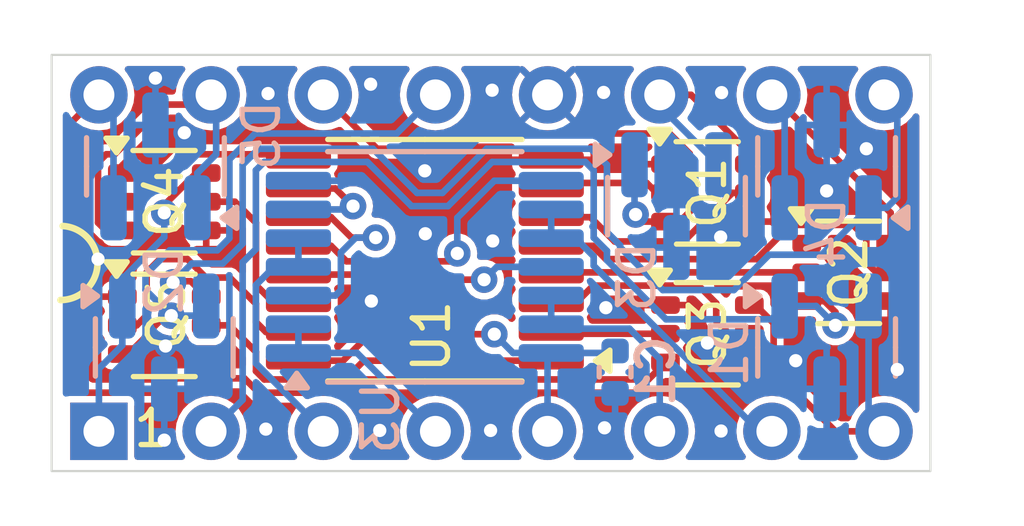
<source format=kicad_pcb>
(kicad_pcb (version 20240108) (generator "pcbnew") (generator_version "8.0")
  (layers (0 "F.Cu" signal) (31 "B.Cu" signal) (34 "B.Paste" user) (35 "F.Paste" user) (36 "B.SilkS" user "B.Silkscreen") (37 "F.SilkS" user "F.Silkscreen") (38 "B.Mask" user) (39 "F.Mask" user) (44 "Edge.Cuts" user))
  (net 0 "")
  (net 1 "/Q1")
  (net 2 "/S1")
  (net 3 "/Q0")
  (net 4 "GND")
  (net 5 "/S0")
  (net 6 "/S3")
  (net 7 "/Q3")
  (net 8 "/Q2")
  (net 9 "/S2")
  (net 10 "/Q5")
  (net 11 "/Q4")
  (net 12 "/S4")
  (net 13 "/S5")
  (net 14 "/S6")
  (net 15 "/S7")
  (net 16 "/Q7")
  (net 17 "/Q6")
  (net 18 "/Q8")
  (net 19 "/S9")
  (net 20 "/Q9")
  (net 21 "/S8")
  (net 22 "/C")
  (net 23 "/B")
  (net 24 "/D")
  (net 25 "5V")
  (net 26 "/A")
  (net 27 "Net-(U2-D)")
  (net 28 "Net-(U2-A)")
  (net 29 "Net-(U2-B)")
  (net 30 "Net-(U2-C)")
  (footprint "Package_TO_SOT_SMD:SOT-363_SC-70-6" (layer "F.Cu") (at 145.4 90.4)
    (property "Reference" "Q3" (at -3.2 1.390376 -90) (layer "F.SilkS") (effects (font (size 0.8 0.8) (thickness 0.12))))
    (property "Value" "NHUMD12")
    (fp_line (start -0.71 -1.16) (end 0.7 -1.16) (stroke (width 0.12)) (layer "F.SilkS"))
    (fp_line (start -0.7 1.16) (end 0.7 1.16) (stroke (width 0.12)) (layer "F.SilkS"))
    (fp_poly (pts (xy -1.08 -1.11) (xy -1.32 -1.44) (xy -0.84 -1.44) (xy -1.08 -1.11)) (stroke (width 0.12)) (fill solid) (layer "F.SilkS"))
    (pad "1" smd roundrect (at -0.95 -0.65) (size 0.65 0.4) (layers "F.Cu" "F.Paste" "F.Mask") (net 4 "GND"))
    (pad "2" smd roundrect (at -0.95 0) (size 0.65 0.4) (layers "F.Cu" "F.Paste" "F.Mask") (net 15 "/S7"))
    (pad "3" smd roundrect (at -0.95 0.65) (size 0.65 0.4) (layers "F.Cu" "F.Paste" "F.Mask") (net 20 "/Q9"))
    (pad "4" smd roundrect (at 0.95 0.65) (size 0.65 0.4) (layers "F.Cu" "F.Paste" "F.Mask") (net 4 "GND"))
    (pad "5" smd roundrect (at 0.95 0) (size 0.65 0.4) (layers "F.Cu" "F.Paste" "F.Mask") (net 19 "/S9"))
    (pad "6" smd roundrect (at 0.95 -0.65) (size 0.65 0.4) (layers "F.Cu" "F.Paste" "F.Mask") (net 16 "/Q7"))
  )
  (footprint "Package_TO_SOT_SMD:SOT-363_SC-70-6" (layer "F.Cu") (at 142.2 88.6)
    (property "Reference" "Q1" (at 0 0 -90) (layer "F.SilkS") (effects (font (size 0.8 0.8) (thickness 0.12))))
    (property "Value" "NHUMD12")
    (fp_line (start -0.71 -1.16) (end 0.7 -1.16) (stroke (width 0.12)) (layer "F.SilkS"))
    (fp_line (start -0.7 1.16) (end 0.7 1.16) (stroke (width 0.12)) (layer "F.SilkS"))
    (fp_poly (pts (xy -1.08 -1.11) (xy -1.32 -1.44) (xy -0.84 -1.44) (xy -1.08 -1.11)) (stroke (width 0.12)) (fill solid) (layer "F.SilkS"))
    (pad "1" smd roundrect (at -0.95 -0.65) (size 0.65 0.4) (layers "F.Cu" "F.Paste" "F.Mask") (net 4 "GND"))
    (pad "2" smd roundrect (at -0.95 0) (size 0.65 0.4) (layers "F.Cu" "F.Paste" "F.Mask") (net 14 "/S6"))
    (pad "3" smd roundrect (at -0.95 0.65) (size 0.65 0.4) (layers "F.Cu" "F.Paste" "F.Mask") (net 10 "/Q5"))
    (pad "4" smd roundrect (at 0.95 0.65) (size 0.65 0.4) (layers "F.Cu" "F.Paste" "F.Mask") (net 4 "GND"))
    (pad "5" smd roundrect (at 0.95 0) (size 0.65 0.4) (layers "F.Cu" "F.Paste" "F.Mask") (net 13 "/S5"))
    (pad "6" smd roundrect (at 0.95 -0.65) (size 0.65 0.4) (layers "F.Cu" "F.Paste" "F.Mask") (net 17 "/Q6"))
  )
  (footprint "Package_SO:TSSOP-16_4.4x5mm_P0.65mm" (layer "F.Cu") (at 135.801848 90.125 180)
    (property "Reference" "U1" (at -0.148152 -1.725 90) (layer "F.SilkS") (effects (font (size 0.8 0.8) (thickness 0.12))))
    (property "Value" "CD4028BPWR")
    (fp_line (start 0 2.735) (end 2.2 2.735) (stroke (width 0.12)) (layer "F.SilkS"))
    (fp_line (start 0 2.735) (end -2.2 2.735) (stroke (width 0.12)) (layer "F.SilkS"))
    (fp_line (start 0 -2.735) (end 2.2 -2.735) (stroke (width 0.12)) (layer "F.SilkS"))
    (fp_line (start 0 -2.735) (end -2.2 -2.735) (stroke (width 0.12)) (layer "F.SilkS"))
    (fp_poly (pts (xy -3.86 -2.275) (xy -4.19 -2.515) (xy -4.19 -2.035) (xy -3.86 -2.275)) (stroke (width 0.12)) (fill solid) (layer "F.SilkS"))
    (pad "1" smd roundrect (at -2.8625 -2.275 180) (size 1.475 0.4) (layers "F.Cu" "F.Paste" "F.Mask") (net 12 "/S4"))
    (pad "2" smd roundrect (at -2.8625 -1.625 180) (size 1.475 0.4) (layers "F.Cu" "F.Paste" "F.Mask") (net 9 "/S2"))
    (pad "3" smd roundrect (at -2.8625 -0.975 180) (size 1.475 0.4) (layers "F.Cu" "F.Paste" "F.Mask") (net 5 "/S0"))
    (pad "4" smd roundrect (at -2.8625 -0.325 180) (size 1.475 0.4) (layers "F.Cu" "F.Paste" "F.Mask") (net 15 "/S7"))
    (pad "5" smd roundrect (at -2.8625 0.325 180) (size 1.475 0.4) (layers "F.Cu" "F.Paste" "F.Mask") (net 19 "/S9"))
    (pad "6" smd roundrect (at -2.8625 0.975 180) (size 1.475 0.4) (layers "F.Cu" "F.Paste" "F.Mask") (net 13 "/S5"))
    (pad "7" smd roundrect (at -2.8625 1.625 180) (size 1.475 0.4) (layers "F.Cu" "F.Paste" "F.Mask") (net 14 "/S6"))
    (pad "8" smd roundrect (at -2.8625 2.275 180) (size 1.475 0.4) (layers "F.Cu" "F.Paste" "F.Mask") (net 4 "GND"))
    (pad "9" smd roundrect (at 2.8625 2.275 180) (size 1.475 0.4) (layers "F.Cu" "F.Paste" "F.Mask") (net 21 "/S8"))
    (pad "10" smd roundrect (at 2.8625 1.625 180) (size 1.475 0.4) (layers "F.Cu" "F.Paste" "F.Mask") (net 26 "/A"))
    (pad "11" smd roundrect (at 2.8625 0.975 180) (size 1.475 0.4) (layers "F.Cu" "F.Paste" "F.Mask") (net 24 "/D"))
    (pad "12" smd roundrect (at 2.8625 0.325 180) (size 1.475 0.4) (layers "F.Cu" "F.Paste" "F.Mask") (net 22 "/C"))
    (pad "13" smd roundrect (at 2.8625 -0.325 180) (size 1.475 0.4) (layers "F.Cu" "F.Paste" "F.Mask") (net 23 "/B"))
    (pad "14" smd roundrect (at 2.8625 -0.975 180) (size 1.475 0.4) (layers "F.Cu" "F.Paste" "F.Mask") (net 2 "/S1"))
    (pad "15" smd roundrect (at 2.8625 -1.625 180) (size 1.475 0.4) (layers "F.Cu" "F.Paste" "F.Mask") (net 6 "/S3"))
    (pad "16" smd roundrect (at 2.8625 -2.275 180) (size 1.475 0.4) (layers "F.Cu" "F.Paste" "F.Mask") (net 25 "5V"))
  )
  (footprint "Package_TO_SOT_SMD:SOT-363_SC-70-6" (layer "F.Cu") (at 142.2 91.790376)
    (property "Reference" "Q2" (at 3.2 -1.390376 -90) (layer "F.SilkS") (effects (font (size 0.8 0.8) (thickness 0.12))))
    (property "Value" "NHUMD12")
    (fp_line (start -0.71 -1.16) (end 0.7 -1.16) (stroke (width 0.12)) (layer "F.SilkS"))
    (fp_line (start -0.7 1.16) (end 0.7 1.16) (stroke (width 0.12)) (layer "F.SilkS"))
    (fp_poly (pts (xy -1.08 -1.11) (xy -1.32 -1.44) (xy -0.84 -1.44) (xy -1.08 -1.11)) (stroke (width 0.12)) (fill solid) (layer "F.SilkS"))
    (pad "1" smd roundrect (at -0.95 -0.65) (size 0.65 0.4) (layers "F.Cu" "F.Paste" "F.Mask") (net 4 "GND"))
    (pad "2" smd roundrect (at -0.95 0) (size 0.65 0.4) (layers "F.Cu" "F.Paste" "F.Mask") (net 9 "/S2"))
    (pad "3" smd roundrect (at -0.95 0.65) (size 0.65 0.4) (layers "F.Cu" "F.Paste" "F.Mask") (net 3 "/Q0"))
    (pad "4" smd roundrect (at 0.95 0.65) (size 0.65 0.4) (layers "F.Cu" "F.Paste" "F.Mask") (net 4 "GND"))
    (pad "5" smd roundrect (at 0.95 0) (size 0.65 0.4) (layers "F.Cu" "F.Paste" "F.Mask") (net 5 "/S0"))
    (pad "6" smd roundrect (at 0.95 -0.65) (size 0.65 0.4) (layers "F.Cu" "F.Paste" "F.Mask") (net 8 "/Q2"))
  )
  (footprint "Package_TO_SOT_SMD:SOT-363_SC-70-6" (layer "F.Cu") (at 129.9 91.6)
    (property "Reference" "Q5" (at 0.05 -0.25 90) (layer "F.SilkS") (effects (font (size 0.8 0.8) (thickness 0.12))))
    (property "Value" "NHUMD12")
    (fp_line (start -0.71 -1.16) (end 0.7 -1.16) (stroke (width 0.12)) (layer "F.SilkS"))
    (fp_line (start -0.7 1.16) (end 0.7 1.16) (stroke (width 0.12)) (layer "F.SilkS"))
    (fp_poly (pts (xy -1.08 -1.11) (xy -1.32 -1.44) (xy -0.84 -1.44) (xy -1.08 -1.11)) (stroke (width 0.12)) (fill solid) (layer "F.SilkS"))
    (pad "1" smd roundrect (at -0.95 -0.65) (size 0.65 0.4) (layers "F.Cu" "F.Paste" "F.Mask") (net 4 "GND"))
    (pad "2" smd roundrect (at -0.95 0) (size 0.65 0.4) (layers "F.Cu" "F.Paste" "F.Mask") (net 6 "/S3"))
    (pad "3" smd roundrect (at -0.95 0.65) (size 0.65 0.4) (layers "F.Cu" "F.Paste" "F.Mask") (net 11 "/Q4"))
    (pad "4" smd roundrect (at 0.95 0.65) (size 0.65 0.4) (layers "F.Cu" "F.Paste" "F.Mask") (net 4 "GND"))
    (pad "5" smd roundrect (at 0.95 0) (size 0.65 0.4) (layers "F.Cu" "F.Paste" "F.Mask") (net 12 "/S4"))
    (pad "6" smd roundrect (at 0.95 -0.65) (size 0.65 0.4) (layers "F.Cu" "F.Paste" "F.Mask") (net 7 "/Q3"))
  )
  (footprint "!Gloeidraad:DIP-16-header-type2" (layer "F.Cu") (at 128.42 94 90)
    (property "Reference" "U2" (hide yes))
    (property "Value" "74141-SOCKET")
    (fp_text user "1" (at -0.403404 0.723341 0) (layer "F.SilkS") (effects (font (size 0.8 0.8) (thickness 0.12)) (justify left bottom)))
    (pad "1" thru_hole rect (at 0 0 90) (size 1.3 1.3) (drill 0.7) (layers "*.Cu" "*.Mask" "In1.Cu" "In2.Cu" "In3.Cu" "In4.Cu" "In5.Cu" "In6.Cu" "In7.Cu" "In8.Cu" "In9.Cu" "In10.Cu" "In11.Cu" "In12.Cu" "In13.Cu" "In14.Cu" "In15.Cu" "In16.Cu" "In17.Cu" "In18.Cu" "In19.Cu" "In20.Cu" "In21.Cu" "In22.Cu" "In23.Cu" "In24.Cu" "In25.Cu" "In26.Cu" "In27.Cu" "In28.Cu" "In29.Cu" "In30.Cu") (net 18 "/Q8"))
    (pad "2" thru_hole circle (at 0 2.54 90) (size 1.3 1.3) (drill 0.7) (layers "*.Cu" "*.Mask" "In1.Cu" "In2.Cu" "In3.Cu" "In4.Cu" "In5.Cu" "In6.Cu" "In7.Cu" "In8.Cu" "In9.Cu" "In10.Cu" "In11.Cu" "In12.Cu" "In13.Cu" "In14.Cu" "In15.Cu" "In16.Cu" "In17.Cu" "In18.Cu" "In19.Cu" "In20.Cu" "In21.Cu" "In22.Cu" "In23.Cu" "In24.Cu" "In25.Cu" "In26.Cu" "In27.Cu" "In28.Cu" "In29.Cu" "In30.Cu") (net 20 "/Q9"))
    (pad "3" thru_hole circle (at 0 5.08 90) (size 1.3 1.3) (drill 0.7) (layers "*.Cu" "*.Mask" "In1.Cu" "In2.Cu" "In3.Cu" "In4.Cu" "In5.Cu" "In6.Cu" "In7.Cu" "In8.Cu" "In9.Cu" "In10.Cu" "In11.Cu" "In12.Cu" "In13.Cu" "In14.Cu" "In15.Cu" "In16.Cu" "In17.Cu" "In18.Cu" "In19.Cu" "In20.Cu" "In21.Cu" "In22.Cu" "In23.Cu" "In24.Cu" "In25.Cu" "In26.Cu" "In27.Cu" "In28.Cu" "In29.Cu" "In30.Cu") (net 28 "Net-(U2-A)"))
    (pad "4" thru_hole circle (at 0 7.62 90) (size 1.3 1.3) (drill 0.7) (layers "*.Cu" "*.Mask" "In1.Cu" "In2.Cu" "In3.Cu" "In4.Cu" "In5.Cu" "In6.Cu" "In7.Cu" "In8.Cu" "In9.Cu" "In10.Cu" "In11.Cu" "In12.Cu" "In13.Cu" "In14.Cu" "In15.Cu" "In16.Cu" "In17.Cu" "In18.Cu" "In19.Cu" "In20.Cu" "In21.Cu" "In22.Cu" "In23.Cu" "In24.Cu" "In25.Cu" "In26.Cu" "In27.Cu" "In28.Cu" "In29.Cu" "In30.Cu") (net 27 "Net-(U2-D)"))
    (pad "5" thru_hole circle (at 0 10.16 90) (size 1.3 1.3) (drill 0.7) (layers "*.Cu" "*.Mask" "In1.Cu" "In2.Cu" "In3.Cu" "In4.Cu" "In5.Cu" "In6.Cu" "In7.Cu" "In8.Cu" "In9.Cu" "In10.Cu" "In11.Cu" "In12.Cu" "In13.Cu" "In14.Cu" "In15.Cu" "In16.Cu" "In17.Cu" "In18.Cu" "In19.Cu" "In20.Cu" "In21.Cu" "In22.Cu" "In23.Cu" "In24.Cu" "In25.Cu" "In26.Cu" "In27.Cu" "In28.Cu" "In29.Cu" "In30.Cu") (net 25 "5V"))
    (pad "6" thru_hole circle (at 0 12.7 90) (size 1.3 1.3) (drill 0.7) (layers "*.Cu" "*.Mask" "In1.Cu" "In2.Cu" "In3.Cu" "In4.Cu" "In5.Cu" "In6.Cu" "In7.Cu" "In8.Cu" "In9.Cu" "In10.Cu" "In11.Cu" "In12.Cu" "In13.Cu" "In14.Cu" "In15.Cu" "In16.Cu" "In17.Cu" "In18.Cu" "In19.Cu" "In20.Cu" "In21.Cu" "In22.Cu" "In23.Cu" "In24.Cu" "In25.Cu" "In26.Cu" "In27.Cu" "In28.Cu" "In29.Cu" "In30.Cu") (net 29 "Net-(U2-B)"))
    (pad "7" thru_hole circle (at 0 15.24 90) (size 1.3 1.3) (drill 0.7) (layers "*.Cu" "*.Mask" "In1.Cu" "In2.Cu" "In3.Cu" "In4.Cu" "In5.Cu" "In6.Cu" "In7.Cu" "In8.Cu" "In9.Cu" "In10.Cu" "In11.Cu" "In12.Cu" "In13.Cu" "In14.Cu" "In15.Cu" "In16.Cu" "In17.Cu" "In18.Cu" "In19.Cu" "In20.Cu" "In21.Cu" "In22.Cu" "In23.Cu" "In24.Cu" "In25.Cu" "In26.Cu" "In27.Cu" "In28.Cu" "In29.Cu" "In30.Cu") (net 30 "Net-(U2-C)"))
    (pad "8" thru_hole circle (at 0 17.78 90) (size 1.3 1.3) (drill 0.7) (layers "*.Cu" "*.Mask" "In1.Cu" "In2.Cu" "In3.Cu" "In4.Cu" "In5.Cu" "In6.Cu" "In7.Cu" "In8.Cu" "In9.Cu" "In10.Cu" "In11.Cu" "In12.Cu" "In13.Cu" "In14.Cu" "In15.Cu" "In16.Cu" "In17.Cu" "In18.Cu" "In19.Cu" "In20.Cu" "In21.Cu" "In22.Cu" "In23.Cu" "In24.Cu" "In25.Cu" "In26.Cu" "In27.Cu" "In28.Cu" "In29.Cu" "In30.Cu") (net 8 "/Q2"))
    (pad "9" thru_hole circle (at 7.62 17.78 90) (size 1.3 1.3) (drill 0.7) (layers "*.Cu" "*.Mask" "In1.Cu" "In2.Cu" "In3.Cu" "In4.Cu" "In5.Cu" "In6.Cu" "In7.Cu" "In8.Cu" "In9.Cu" "In10.Cu" "In11.Cu" "In12.Cu" "In13.Cu" "In14.Cu" "In15.Cu" "In16.Cu" "In17.Cu" "In18.Cu" "In19.Cu" "In20.Cu" "In21.Cu" "In22.Cu" "In23.Cu" "In24.Cu" "In25.Cu" "In26.Cu" "In27.Cu" "In28.Cu" "In29.Cu" "In30.Cu") (net 7 "/Q3"))
    (pad "10" thru_hole circle (at 7.62 15.24 90) (size 1.3 1.3) (drill 0.7) (layers "*.Cu" "*.Mask" "In1.Cu" "In2.Cu" "In3.Cu" "In4.Cu" "In5.Cu" "In6.Cu" "In7.Cu" "In8.Cu" "In9.Cu" "In10.Cu" "In11.Cu" "In12.Cu" "In13.Cu" "In14.Cu" "In15.Cu" "In16.Cu" "In17.Cu" "In18.Cu" "In19.Cu" "In20.Cu" "In21.Cu" "In22.Cu" "In23.Cu" "In24.Cu" "In25.Cu" "In26.Cu" "In27.Cu" "In28.Cu" "In29.Cu" "In30.Cu") (net 16 "/Q7"))
    (pad "11" thru_hole circle (at 7.62 12.7 90) (size 1.3 1.3) (drill 0.7) (layers "*.Cu" "*.Mask" "In1.Cu" "In2.Cu" "In3.Cu" "In4.Cu" "In5.Cu" "In6.Cu" "In7.Cu" "In8.Cu" "In9.Cu" "In10.Cu" "In11.Cu" "In12.Cu" "In13.Cu" "In14.Cu" "In15.Cu" "In16.Cu" "In17.Cu" "In18.Cu" "In19.Cu" "In20.Cu" "In21.Cu" "In22.Cu" "In23.Cu" "In24.Cu" "In25.Cu" "In26.Cu" "In27.Cu" "In28.Cu" "In29.Cu" "In30.Cu") (net 17 "/Q6"))
    (pad "12" thru_hole circle (at 7.62 10.16 90) (size 1.3 1.3) (drill 0.7) (layers "*.Cu" "*.Mask" "In1.Cu" "In2.Cu" "In3.Cu" "In4.Cu" "In5.Cu" "In6.Cu" "In7.Cu" "In8.Cu" "In9.Cu" "In10.Cu" "In11.Cu" "In12.Cu" "In13.Cu" "In14.Cu" "In15.Cu" "In16.Cu" "In17.Cu" "In18.Cu" "In19.Cu" "In20.Cu" "In21.Cu" "In22.Cu" "In23.Cu" "In24.Cu" "In25.Cu" "In26.Cu" "In27.Cu" "In28.Cu" "In29.Cu" "In30.Cu") (net 4 "GND"))
    (pad "13" thru_hole circle (at 7.62 7.62 90) (size 1.3 1.3) (drill 0.7) (layers "*.Cu" "*.Mask" "In1.Cu" "In2.Cu" "In3.Cu" "In4.Cu" "In5.Cu" "In6.Cu" "In7.Cu" "In8.Cu" "In9.Cu" "In10.Cu" "In11.Cu" "In12.Cu" "In13.Cu" "In14.Cu" "In15.Cu" "In16.Cu" "In17.Cu" "In18.Cu" "In19.Cu" "In20.Cu" "In21.Cu" "In22.Cu" "In23.Cu" "In24.Cu" "In25.Cu" "In26.Cu" "In27.Cu" "In28.Cu" "In29.Cu" "In30.Cu") (net 11 "/Q4"))
    (pad "14" thru_hole circle (at 7.62 5.08 90) (size 1.3 1.3) (drill 0.7) (layers "*.Cu" "*.Mask" "In1.Cu" "In2.Cu" "In3.Cu" "In4.Cu" "In5.Cu" "In6.Cu" "In7.Cu" "In8.Cu" "In9.Cu" "In10.Cu" "In11.Cu" "In12.Cu" "In13.Cu" "In14.Cu" "In15.Cu" "In16.Cu" "In17.Cu" "In18.Cu" "In19.Cu" "In20.Cu" "In21.Cu" "In22.Cu" "In23.Cu" "In24.Cu" "In25.Cu" "In26.Cu" "In27.Cu" "In28.Cu" "In29.Cu" "In30.Cu") (net 10 "/Q5"))
    (pad "15" thru_hole circle (at 7.62 2.54 90) (size 1.3 1.3) (drill 0.7) (layers "*.Cu" "*.Mask" "In1.Cu" "In2.Cu" "In3.Cu" "In4.Cu" "In5.Cu" "In6.Cu" "In7.Cu" "In8.Cu" "In9.Cu" "In10.Cu" "In11.Cu" "In12.Cu" "In13.Cu" "In14.Cu" "In15.Cu" "In16.Cu" "In17.Cu" "In18.Cu" "In19.Cu" "In20.Cu" "In21.Cu" "In22.Cu" "In23.Cu" "In24.Cu" "In25.Cu" "In26.Cu" "In27.Cu" "In28.Cu" "In29.Cu" "In30.Cu") (net 1 "/Q1"))
    (pad "16" thru_hole circle (at 7.62 0 90) (size 1.3 1.3) (drill 0.7) (layers "*.Cu" "*.Mask" "In1.Cu" "In2.Cu" "In3.Cu" "In4.Cu" "In5.Cu" "In6.Cu" "In7.Cu" "In8.Cu" "In9.Cu" "In10.Cu" "In11.Cu" "In12.Cu" "In13.Cu" "In14.Cu" "In15.Cu" "In16.Cu" "In17.Cu" "In18.Cu" "In19.Cu" "In20.Cu" "In21.Cu" "In22.Cu" "In23.Cu" "In24.Cu" "In25.Cu" "In26.Cu" "In27.Cu" "In28.Cu" "In29.Cu" "In30.Cu") (net 3 "/Q0"))
  )
  (footprint "Package_TO_SOT_SMD:SOT-363_SC-70-6" (layer "F.Cu") (at 129.9 88.8)
    (property "Reference" "Q4" (at 0 0 90) (layer "F.SilkS") (effects (font (size 0.8 0.8) (thickness 0.12))))
    (property "Value" "NHUMD12")
    (fp_line (start -0.71 -1.16) (end 0.7 -1.16) (stroke (width 0.12)) (layer "F.SilkS"))
    (fp_line (start -0.7 1.16) (end 0.7 1.16) (stroke (width 0.12)) (layer "F.SilkS"))
    (fp_poly (pts (xy -1.08 -1.11) (xy -1.32 -1.44) (xy -0.84 -1.44) (xy -1.08 -1.11)) (stroke (width 0.12)) (fill solid) (layer "F.SilkS"))
    (pad "1" smd roundrect (at -0.95 -0.65) (size 0.65 0.4) (layers "F.Cu" "F.Paste" "F.Mask") (net 4 "GND"))
    (pad "2" smd roundrect (at -0.95 0) (size 0.65 0.4) (layers "F.Cu" "F.Paste" "F.Mask") (net 21 "/S8"))
    (pad "3" smd roundrect (at -0.95 0.65) (size 0.65 0.4) (layers "F.Cu" "F.Paste" "F.Mask") (net 1 "/Q1"))
    (pad "4" smd roundrect (at 0.95 0.65) (size 0.65 0.4) (layers "F.Cu" "F.Paste" "F.Mask") (net 4 "GND"))
    (pad "5" smd roundrect (at 0.95 0) (size 0.65 0.4) (layers "F.Cu" "F.Paste" "F.Mask") (net 2 "/S1"))
    (pad "6" smd roundrect (at 0.95 -0.65) (size 0.65 0.4) (layers "F.Cu" "F.Paste" "F.Mask") (net 18 "/Q8"))
  )
  (footprint "Package_TO_SOT_SMD:SOT-23" (layer "B.Cu") (at 144.9 92.1 -90)
    (property "Reference" "D1" (at 0.1 2.2 90) (layer "B.SilkS") (effects (font (size 0.8 0.8) (thickness 0.12)) (justify mirror)))
    (property "Value" "BZB84-C68" (hide yes))
    (fp_line (start -0.65 1.56) (end 0 1.56) (stroke (width 0.12)) (layer "B.SilkS"))
    (fp_line (start 0.65 1.56) (end 0 1.56) (stroke (width 0.12)) (layer "B.SilkS"))
    (fp_line (start -0.65 -1.56) (end 0 -1.56) (stroke (width 0.12)) (layer "B.SilkS"))
    (fp_line (start 0.65 -1.56) (end 0 -1.56) (stroke (width 0.12)) (layer "B.SilkS"))
    (fp_poly (pts (xy -1.1625 1.51) (xy -1.4025 1.84) (xy -0.9225 1.84) (xy -1.1625 1.51)) (stroke (width 0.12)) (fill solid) (layer "B.SilkS"))
    (pad "1" smd roundrect (at -0.9375 0.95 270) (size 1.475 0.6) (layers "B.Cu" "B.Paste" "B.Mask") (net 20 "/Q9"))
    (pad "2" smd roundrect (at -0.9375 -0.95 270) (size 1.475 0.6) (layers "B.Cu" "B.Paste" "B.Mask") (net 8 "/Q2"))
    (pad "3" smd roundrect (at 0.9375 0 270) (size 1.475 0.6) (layers "B.Cu" "B.Paste" "B.Mask") (net 4 "GND"))
  )
  (footprint "Package_TO_SOT_SMD:SOT-23" (layer "B.Cu") (at 129.7 88 90)
    (property "Reference" "D5" (at 0.7 2.4 90) (layer "B.SilkS") (effects (font (size 0.8 0.8) (thickness 0.12)) (justify mirror)))
    (property "Value" "BZB84-C68" (hide yes))
    (fp_line (start 0.65 -1.56) (end 0 -1.56) (stroke (width 0.12)) (layer "B.SilkS"))
    (fp_line (start -0.65 -1.56) (end 0 -1.56) (stroke (width 0.12)) (layer "B.SilkS"))
    (fp_line (start 0.65 1.56) (end 0 1.56) (stroke (width 0.12)) (layer "B.SilkS"))
    (fp_line (start -0.65 1.56) (end 0 1.56) (stroke (width 0.12)) (layer "B.SilkS"))
    (fp_poly (pts (xy -1.1625 1.51) (xy -1.4025 1.84) (xy -0.9225 1.84) (xy -1.1625 1.51)) (stroke (width 0.12)) (fill solid) (layer "B.SilkS"))
    (pad "1" smd roundrect (at -0.9375 0.95 90) (size 1.475 0.6) (layers "B.Cu" "B.Paste" "B.Mask") (net 1 "/Q1"))
    (pad "2" smd roundrect (at -0.9375 -0.95 90) (size 1.475 0.6) (layers "B.Cu" "B.Paste" "B.Mask") (net 3 "/Q0"))
    (pad "3" smd roundrect (at 0.9375 0 90) (size 1.475 0.6) (layers "B.Cu" "B.Paste" "B.Mask") (net 4 "GND"))
  )
  (footprint "Package_SO:TSSOP-14_4.4x5mm_P0.65mm" (layer "B.Cu") (at 135.8 90.275)
    (property "Reference" "U3" (at -1 3.425 90) (layer "B.SilkS") (effects (font (size 0.8 0.8) (thickness 0.12)) (justify mirror)))
    (property "Value" "74HCT08" (hide yes))
    (fp_line (start -2.2 -2.61) (end 0 -2.61) (stroke (width 0.12)) (layer "B.SilkS"))
    (fp_line (start -2.2 2.61) (end 0 2.61) (stroke (width 0.12)) (layer "B.SilkS"))
    (fp_line (start 2.2 -2.61) (end 0 -2.61) (stroke (width 0.12)) (layer "B.SilkS"))
    (fp_line (start 2.2 2.61) (end 0 2.61) (stroke (width 0.12)) (layer "B.SilkS"))
    (fp_poly (pts (xy -2.9 2.41) (xy -3.14 2.74) (xy -2.66 2.74) (xy -2.9 2.41)) (stroke (width 0.12)) (fill solid) (layer "B.SilkS"))
    (pad "1" smd roundrect (at -2.8625 1.95) (size 1.475 0.4) (layers "B.Cu" "B.Paste" "B.Mask") (net 27 "Net-(U2-D)"))
    (pad "2" smd roundrect (at -2.8625 1.3) (size 1.475 0.4) (layers "B.Cu" "B.Paste" "B.Mask") (net 27 "Net-(U2-D)"))
    (pad "3" smd roundrect (at -2.8625 0.65) (size 1.475 0.4) (layers "B.Cu" "B.Paste" "B.Mask") (net 24 "/D"))
    (pad "4" smd roundrect (at -2.8625 0) (size 1.475 0.4) (layers "B.Cu" "B.Paste" "B.Mask") (net 28 "Net-(U2-A)"))
    (pad "5" smd roundrect (at -2.8625 -0.65) (size 1.475 0.4) (layers "B.Cu" "B.Paste" "B.Mask") (net 28 "Net-(U2-A)"))
    (pad "6" smd roundrect (at -2.8625 -1.3) (size 1.475 0.4) (layers "B.Cu" "B.Paste" "B.Mask") (net 26 "/A"))
    (pad "7" smd roundrect (at -2.8625 -1.95) (size 1.475 0.4) (layers "B.Cu" "B.Paste" "B.Mask") (net 4 "GND"))
    (pad "8" smd roundrect (at 2.8625 -1.95) (size 1.475 0.4) (layers "B.Cu" "B.Paste" "B.Mask") (net 22 "/C"))
    (pad "9" smd roundrect (at 2.8625 -1.3) (size 1.475 0.4) (layers "B.Cu" "B.Paste" "B.Mask") (net 30 "Net-(U2-C)"))
    (pad "10" smd roundrect (at 2.8625 -0.65) (size 1.475 0.4) (layers "B.Cu" "B.Paste" "B.Mask") (net 30 "Net-(U2-C)"))
    (pad "11" smd roundrect (at 2.8625 0) (size 1.475 0.4) (layers "B.Cu" "B.Paste" "B.Mask") (net 23 "/B"))
    (pad "12" smd roundrect (at 2.8625 0.65) (size 1.475 0.4) (layers "B.Cu" "B.Paste" "B.Mask") (net 29 "Net-(U2-B)"))
    (pad "13" smd roundrect (at 2.8625 1.3) (size 1.475 0.4) (layers "B.Cu" "B.Paste" "B.Mask") (net 29 "Net-(U2-B)"))
    (pad "14" smd roundrect (at 2.8625 1.95) (size 1.475 0.4) (layers "B.Cu" "B.Paste" "B.Mask") (net 25 "5V"))
  )
  (footprint "Package_TO_SOT_SMD:SOT-23" (layer "B.Cu") (at 141.5 88.9 -90)
    (property "Reference" "D3" (at 1.6 0.9 -90) (layer "B.SilkS") (effects (font (size 0.8 0.8) (thickness 0.12)) (justify mirror)))
    (property "Value" "BZB84-C68" (hide yes))
    (fp_line (start -0.65 1.56) (end 0 1.56) (stroke (width 0.12)) (layer "B.SilkS"))
    (fp_line (start 0.65 1.56) (end 0 1.56) (stroke (width 0.12)) (layer "B.SilkS"))
    (fp_line (start -0.65 -1.56) (end 0 -1.56) (stroke (width 0.12)) (layer "B.SilkS"))
    (fp_line (start 0.65 -1.56) (end 0 -1.56) (stroke (width 0.12)) (layer "B.SilkS"))
    (fp_poly (pts (xy -1.1625 1.51) (xy -1.4025 1.84) (xy -0.9225 1.84) (xy -1.1625 1.51)) (stroke (width 0.12)) (fill solid) (layer "B.SilkS"))
    (pad "1" smd roundrect (at -0.9375 0.95 270) (size 1.475 0.6) (layers "B.Cu" "B.Paste" "B.Mask") (net 10 "/Q5"))
    (pad "2" smd roundrect (at -0.9375 -0.95 270) (size 1.475 0.6) (layers "B.Cu" "B.Paste" "B.Mask") (net 17 "/Q6"))
    (pad "3" smd roundrect (at 0.9375 0 270) (size 1.475 0.6) (layers "B.Cu" "B.Paste" "B.Mask") (net 4 "GND"))
  )
  (footprint "Package_TO_SOT_SMD:SOT-23" (layer "B.Cu") (at 144.9 88 90)
    (property "Reference" "D4" (at -1.5 0 -90) (layer "B.SilkS") (effects (font (size 0.8 0.8) (thickness 0.12)) (justify mirror)))
    (property "Value" "BZB84-C68" (hide yes))
    (fp_line (start 0.65 -1.56) (end 0 -1.56) (stroke (width 0.12)) (layer "B.SilkS"))
    (fp_line (start -0.65 -1.56) (end 0 -1.56) (stroke (width 0.12)) (layer "B.SilkS"))
    (fp_line (start 0.65 1.56) (end 0 1.56) (stroke (width 0.12)) (layer "B.SilkS"))
    (fp_line (start -0.65 1.56) (end 0 1.56) (stroke (width 0.12)) (layer "B.SilkS"))
    (fp_poly (pts (xy -1.1625 1.51) (xy -1.4025 1.84) (xy -0.9225 1.84) (xy -1.1625 1.51)) (stroke (width 0.12)) (fill solid) (layer "B.SilkS"))
    (pad "1" smd roundrect (at -0.9375 0.95 90) (size 1.475 0.6) (layers "B.Cu" "B.Paste" "B.Mask") (net 7 "/Q3"))
    (pad "2" smd roundrect (at -0.9375 -0.95 90) (size 1.475 0.6) (layers "B.Cu" "B.Paste" "B.Mask") (net 16 "/Q7"))
    (pad "3" smd roundrect (at 0.9375 0 90) (size 1.475 0.6) (layers "B.Cu" "B.Paste" "B.Mask") (net 4 "GND"))
  )
  (footprint "Capacitor_SMD:C_0402_1005Metric" (layer "B.Cu") (at 140.11 92.66 -90)
    (property "Reference" "C1" (at -0.025 -0.925 90) (layer "B.SilkS") (effects (font (size 0.8 0.8)) (justify mirror)))
    (property "Value" "100n" (hide yes))
    (fp_line (start 0.107836 0.36) (end -0.107836 0.36) (stroke (width 0.12)) (layer "B.SilkS"))
    (fp_line (start 0.107836 -0.36) (end -0.107836 -0.36) (stroke (width 0.12)) (layer "B.SilkS"))
    (pad "1" smd roundrect (at -0.48 0 270) (size 0.56 0.62) (layers "B.Cu" "B.Paste" "B.Mask") (net 25 "5V"))
    (pad "2" smd roundrect (at 0.48 0 270) (size 0.56 0.62) (layers "B.Cu" "B.Paste" "B.Mask") (net 4 "GND"))
  )
  (footprint "Package_TO_SOT_SMD:SOT-23" (layer "B.Cu") (at 129.9 92.1 -90)
    (property "Reference" "D2" (at -1.5 0 90) (layer "B.SilkS") (effects (font (size 0.8 0.8) (thickness 0.12)) (justify mirror)))
    (property "Value" "BZB84-C68" (hide yes))
    (fp_line (start -0.65 1.56) (end 0 1.56) (stroke (width 0.12)) (layer "B.SilkS"))
    (fp_line (start 0.65 1.56) (end 0 1.56) (stroke (width 0.12)) (layer "B.SilkS"))
    (fp_line (start -0.65 -1.56) (end 0 -1.56) (stroke (width 0.12)) (layer "B.SilkS"))
    (fp_line (start 0.65 -1.56) (end 0 -1.56) (stroke (width 0.12)) (layer "B.SilkS"))
    (fp_poly (pts (xy -1.1625 1.51) (xy -1.4025 1.84) (xy -0.9225 1.84) (xy -1.1625 1.51)) (stroke (width 0.12)) (fill solid) (layer "B.SilkS"))
    (pad "1" smd roundrect (at -0.9375 0.95 270) (size 1.475 0.6) (layers "B.Cu" "B.Paste" "B.Mask") (net 18 "/Q8"))
    (pad "2" smd roundrect (at -0.9375 -0.95 270) (size 1.475 0.6) (layers "B.Cu" "B.Paste" "B.Mask") (net 11 "/Q4"))
    (pad "3" smd roundrect (at 0.9375 0 270) (size 1.475 0.6) (layers "B.Cu" "B.Paste" "B.Mask") (net 4 "GND"))
  )
  (gr_arc (start 127.6 89.35) (mid 128.388618 90.212511) (end 127.55 91.026491) (stroke (width 0.15)) (layer "F.SilkS"))
  (gr_rect (start 127.35 85.475) (end 147.25 94.9) (stroke (width 0.05)) (fill none) (layer "Edge.Cuts"))
  (segment (start 128.575 89.45) (end 128.95 89.45) (width 0.15) (layer "F.Cu") (net 1))
  (segment (start 130.96 86.38) (end 130.74 86.6) (width 0.15) (layer "F.Cu") (net 1))
  (segment (start 128.58761 87.725) (end 128.4 87.91261) (width 0.15) (layer "F.Cu") (net 1))
  (segment (start 129.900736 86.6) (end 128.775736 87.725) (width 0.15) (layer "F.Cu") (net 1))
  (segment (start 128.4 89.275) (end 128.575 89.45) (width 0.15) (layer "F.Cu") (net 1))
  (segment (start 128.775736 87.725) (end 128.58761 87.725) (width 0.15) (layer "F.Cu") (net 1))
  (segment (start 130.74 86.6) (end 129.900736 86.6) (width 0.15) (layer "F.Cu") (net 1))
  (segment (start 128.4 87.91261) (end 128.4 89.275) (width 0.15) (layer "F.Cu") (net 1))
  (segment (start 131.075 86.495) (end 130.96 86.38) (width 0.15) (layer "B.Cu") (net 1))
  (segment (start 130.65 88.9375) (end 130.65 88.15) (width 0.15) (layer "B.Cu") (net 1))
  (segment (start 131.075 87.725) (end 131.075 86.495) (width 0.15) (layer "B.Cu") (net 1))
  (segment (start 130.65 88.15) (end 131.075 87.725) (width 0.15) (layer "B.Cu") (net 1))
  (segment (start 131.5 88.8) (end 131.976848 89.276848) (width 0.15) (layer "F.Cu") (net 2))
  (segment (start 130.85 88.8) (end 131.5 88.8) (width 0.15) (layer "F.Cu") (net 2))
  (segment (start 131.976848 89.276848) (end 131.976848 90.68739) (width 0.15) (layer "F.Cu") (net 2))
  (segment (start 132.389458 91.1) (end 132.939348 91.1) (width 0.15) (layer "F.Cu") (net 2))
  (segment (start 131.976848 90.68739) (end 132.389458 91.1) (width 0.15) (layer "F.Cu") (net 2))
  (segment (start 134.155 93.125) (end 132.040194 93.125) (width 0.15) (layer "F.Cu") (net 3))
  (segment (start 127.770001 92.745001) (end 127.770001 87.029999) (width 0.15) (layer "F.Cu") (net 3))
  (segment (start 127.770001 87.029999) (end 128.42 86.38) (width 0.15) (layer "F.Cu") (net 3))
  (segment (start 131.715194 92.8) (end 130.18 92.8) (width 0.15) (layer "F.Cu") (net 3))
  (segment (start 129.855 93.125) (end 128.15 93.125) (width 0.15) (layer "F.Cu") (net 3))
  (segment (start 141.25 92.440376) (end 140.865376 92.825) (width 0.15) (layer "F.Cu") (net 3))
  (segment (start 134.455 92.825) (end 134.155 93.125) (width 0.15) (layer "F.Cu") (net 3))
  (segment (start 130.18 92.8) (end 129.855 93.125) (width 0.15) (layer "F.Cu") (net 3))
  (segment (start 128.15 93.125) (end 127.770001 92.745001) (width 0.15) (layer "F.Cu") (net 3))
  (segment (start 140.865376 92.825) (end 134.455 92.825) (width 0.15) (layer "F.Cu") (net 3))
  (segment (start 132.040194 93.125) (end 131.715194 92.8) (width 0.15) (layer "F.Cu") (net 3))
  (segment (start 128.75 88.9375) (end 128.75 86.71) (width 0.15) (layer "B.Cu") (net 3))
  (segment (start 128.75 86.71) (end 128.42 86.38) (width 0.15) (layer "B.Cu") (net 3))
  (segment (start 128.95 87.975) (end 129.3 87.625) (width 0.15) (layer "F.Cu") (net 4))
  (segment (start 128.95 88.15) (end 128.95 87.975) (width 0.15) (layer "F.Cu") (net 4))
  (segment (start 129.3 87.625) (end 129.5 87.625) (width 0.15) (layer "F.Cu") (net 4))
  (via (at 130.353499 87.236807) (size 0.5) (drill 0.3) (layers "F.Cu" "B.Cu") (net 4))
  (via (at 128.4 90.1) (size 0.5) (drill 0.3) (layers "F.Cu" "B.Cu") (net 4))
  (via (at 129.929396 92.068088) (size 0.5) (drill 0.3) (layers "F.Cu" "B.Cu") (net 4))
  (via (at 139.9 91.2) (size 0.5) (drill 0.3) (layers "F.Cu" "B.Cu") (net 4))
  (via (at 137.29 93.98) (size 0.6) (drill 0.3) (layers "F.Cu" "B.Cu") (net 4))
  (via (at 132.25 86.35) (size 0.6) (drill 0.3) (layers "F.Cu" "B.Cu") (net 4))
  (via (at 134.573314 86.139159) (size 0.6) (drill 0.3) (layers "F.Cu" "B.Cu") (net 4))
  (via (at 135.811716 89.525) (size 0.6) (drill 0.3) (layers "F.Cu" "B.Cu") (net 4))
  (via (at 139.87 93.92) (size 0.6) (drill 0.3) (layers "F.Cu" "B.Cu") (net 4))
  (via (at 135.8 88.1) (size 0.5) (drill 0.3) (layers "F.Cu" "B.Cu") (net 4))
  (via (at 129.9 94.2) (size 0.5) (drill 0.3) (layers "F.Cu" "B.Cu") (net 4))
  (via (at 137.325 86.275) (size 0.6) (drill 0.3) (layers "F.Cu" "B.Cu") (net 4))
  (via (at 132.2 93.95) (size 0.6) (drill 0.3) (layers "F.Cu" "B.Cu") (net 4))
  (via (at 146.5 92.6) (size 0.6) (drill 0.3) (layers "F.Cu" "B.Cu") (net 4))
  (via (at 142.5 89.6) (size 0.5) (drill 0.3) (layers "F.Cu" "B.Cu") (net 4))
  (via (at 144.9 88.555) (size 0.6) (drill 0.3) (layers "F.Cu" "B.Cu") (net 4))
  (via (at 142.509284 93.992721) (size 0.6) (drill 0.3) (layers "F.Cu" "B.Cu") (net 4))
  (via (at 145.8 87.6) (size 0.6) (drill 0.3) (layers "F.Cu" "B.Cu") (net 4))
  (via (at 137.337431 89.688294) (size 0.6) (drill 0.3) (layers "F.Cu" "B.Cu") (net 4))
  (via (at 134.78 93.98) (size 0.6) (drill 0.3) (layers "F.Cu" "B.Cu") (net 4))
  (via (at 139.85 86.325) (size 0.6) (drill 0.3) (layers "F.Cu" "B.Cu") (net 4))
  (via (at 134.59 91.05) (size 0.6) (drill 0.3) (layers "F.Cu" "B.Cu") (net 4))
  (via (at 142.2 92) (size 0.5) (drill 0.3) (layers "F.Cu" "B.Cu") (net 4))
  (via (at 144.2 92.4) (size 0.5) (drill 0.3) (layers "F.Cu" "B.Cu") (net 4))
  (via (at 129.7 86) (size 0.5) (drill 0.3) (layers "F.Cu" "B.Cu") (net 4))
  (via (at 142.521232 86.328768) (size 0.6) (drill 0.3) (layers "F.Cu" "B.Cu") (net 4))
  (segment (start 142 90.7) (end 142.4 91.1) (width 0.15) (layer "F.Cu") (net 5))
  (segment (start 138.664348 91.1) (end 139.214238 91.1) (width 0.15) (layer "F.Cu") (net 5))
  (segment (start 139.614238 90.7) (end 142 90.7) (width 0.15) (layer "F.Cu") (net 5))
  (segment (start 142.690376 91.790376) (end 143.15 91.790376) (width 0.15) (layer "F.Cu") (net 5))
  (segment (start 139.214238 91.1) (end 139.614238 90.7) (width 0.15) (layer "F.Cu") (net 5))
  (segment (start 142.4 91.5) (end 142.690376 91.790376) (width 0.15) (layer "F.Cu") (net 5))
  (segment (start 142.4 91.1) (end 142.4 91.5) (width 0.15) (layer "F.Cu") (net 5))
  (segment (start 129.5 91.374999) (end 129.274999 91.6) (width 0.15) (layer "F.Cu") (net 6))
  (segment (start 129.5 90.4) (end 129.5 91.374999) (width 0.15) (layer "F.Cu") (net 6))
  (segment (start 132.939348 91.75) (end 132.201849 91.75) (width 0.15) (layer "F.Cu") (net 6))
  (segment (start 132.201849 91.75) (end 131.976848 91.524999) (width 0.15) (layer "F.Cu") (net 6))
  (segment (start 129.8 90.1) (end 129.5 90.4) (width 0.15) (layer "F.Cu") (net 6))
  (segment (start 129.274999 91.6) (end 128.95 91.6) (width 0.15) (layer "F.Cu") (net 6))
  (segment (start 130.842403 90.517403) (end 130.425 90.1) (width 0.15) (layer "F.Cu") (net 6))
  (segment (start 131.976848 91.524999) (end 131.976848 91.111654) (width 0.15) (layer "F.Cu") (net 6))
  (segment (start 130.425 90.1) (end 129.8 90.1) (width 0.15) (layer "F.Cu") (net 6))
  (segment (start 131.976848 91.111654) (end 131.382597 90.517403) (width 0.15) (layer "F.Cu") (net 6))
  (segment (start 131.382597 90.517403) (end 130.842403 90.517403) (width 0.15) (layer "F.Cu") (net 6))
  (segment (start 130.1 90.625) (end 130.125 90.6) (width 0.15) (layer "F.Cu") (net 7))
  (segment (start 130.5 90.6) (end 130.85 90.95) (width 0.15) (layer "F.Cu") (net 7))
  (segment (start 130.125 90.6) (end 130.5 90.6) (width 0.15) (layer "F.Cu") (net 7))
  (via (at 130.1 90.625) (size 0.6) (drill 0.3) (layers "F.Cu" "B.Cu") (net 7))
  (segment (start 132.038346 87.6) (end 134.624264 87.6) (width 0.15) (layer "B.Cu") (net 7))
  (segment (start 139.925 87.963346) (end 139.925 89.489082) (width 0.15) (layer "B.Cu") (net 7))
  (segment (start 146.2625 88.9375) (end 145.85 88.9375) (width 0.15) (layer "B.Cu") (net 7))
  (segment (start 139.925 89.489082) (end 140.225 89.789082) (width 0.15) (layer "B.Cu") (net 7))
  (segment (start 146.5 86.68) (end 146.5 88.7) (width 0.15) (layer "B.Cu") (net 7))
  (segment (start 135.624264 88.6) (end 136.2 88.6) (width 0.15) (layer "B.Cu") (net 7))
  (segment (start 140.225 89.834486) (end 141.190514 90.8) (width 0.15) (layer "B.Cu") (net 7))
  (segment (start 143.6 90) (end 144.7875 90) (width 0.15) (layer "B.Cu") (net 7))
  (segment (start 130.1 90.625) (end 130.525 90.2) (width 0.15) (layer "B.Cu") (net 7))
  (segment (start 130.525 90.2) (end 131.224264 90.2) (width 0.15) (layer "B.Cu") (net 7))
  (segment (start 142.8 90.8) (end 143.6 90) (width 0.15) (layer "B.Cu") (net 7))
  (segment (start 137.2 87.6) (end 139.561654 87.6) (width 0.15) (layer "B.Cu") (net 7))
  (segment (start 131.675 89.749264) (end 131.675 87.963346) (width 0.15) (layer "B.Cu") (net 7))
  (segment (start 131.224264 90.2) (end 131.675 89.749264) (width 0.15) (layer "B.Cu") (net 7))
  (segment (start 134.624264 87.6) (end 135.624264 88.6) (width 0.15) (layer "B.Cu") (net 7))
  (segment (start 140.225 89.789082) (end 140.225 89.834486) (width 0.15) (layer "B.Cu") (net 7))
  (segment (start 131.675 87.963346) (end 132.038346 87.6) (width 0.15) (layer "B.Cu") (net 7))
  (segment (start 144.7875 90) (end 145.85 88.9375) (width 0.15) (layer "B.Cu") (net 7))
  (segment (start 146.5 88.7) (end 146.2625 88.9375) (width 0.15) (layer "B.Cu") (net 7))
  (segment (start 136.2 88.6) (end 137.2 87.6) (width 0.15) (layer "B.Cu") (net 7))
  (segment (start 146.2 86.38) (end 146.5 86.68) (width 0.15) (layer "B.Cu") (net 7))
  (segment (start 139.561654 87.6) (end 139.925 87.963346) (width 0.15) (layer "B.Cu") (net 7))
  (segment (start 141.190514 90.8) (end 142.8 90.8) (width 0.15) (layer "B.Cu") (net 7))
  (segment (start 146.2 94) (end 145.1 94) (width 0.15) (layer "F.Cu") (net 8))
  (segment (start 145.1 94) (end 143.7 92.6) (width 0.15) (layer "F.Cu") (net 8))
  (segment (start 143.28739 91.140376) (end 143.15 91.140376) (width 0.15) (layer "F.Cu") (net 8))
  (segment (start 143.7 92.6) (end 143.7 91.552986) (width 0.15) (layer "F.Cu") (net 8))
  (segment (start 143.7 91.552986) (end 143.28739 91.140376) (width 0.15) (layer "F.Cu") (net 8))
  (segment (start 145.85 93.65) (end 146.2 94) (width 0.15) (layer "B.Cu") (net 8))
  (segment (start 145.85 91.1625) (end 145.85 93.65) (width 0.15) (layer "B.Cu") (net 8))
  (segment (start 138.664348 91.75) (end 138.704724 91.790376) (width 0.15) (layer "F.Cu") (net 9))
  (segment (start 138.704724 91.790376) (end 141.25 91.790376) (width 0.15) (layer "F.Cu") (net 9))
  (segment (start 141.8 87.71261) (end 141.8 89.025) (width 0.15) (layer "F.Cu") (net 10))
  (segment (start 140.733884 89.25) (end 140.573573 89.089689) (width 0.15) (layer "F.Cu") (net 10))
  (segment (start 141.34239 87.255) (end 141.8 87.71261) (width 0.15) (layer "F.Cu") (net 10))
  (segment (start 133.5 86.38) (end 134.72 87.6) (width 0.15) (layer "F.Cu") (net 10))
  (segment (start 134.72 87.6) (end 136.525 87.6) (width 0.15) (layer "F.Cu") (net 10))
  (segment (start 141.25 89.25) (end 140.733884 89.25) (width 0.15) (layer "F.Cu") (net 10))
  (segment (start 141.8 89.025) (end 141.575 89.25) (width 0.15) (layer "F.Cu") (net 10))
  (segment (start 136.525 87.6) (end 136.87 87.255) (width 0.15) (layer "F.Cu") (net 10))
  (segment (start 136.87 87.255) (end 141.34239 87.255) (width 0.15) (layer "F.Cu") (net 10))
  (segment (start 141.575 89.25) (end 141.05 89.25) (width 0.15) (layer "F.Cu") (net 10))
  (via (at 140.573573 89.089689) (size 0.6) (drill 0.3) (layers "F.Cu" "B.Cu") (net 10))
  (segment (start 140.55 87.9625) (end 140.55 89.066116) (width 0.15) (layer "B.Cu") (net 10))
  (segment (start 140.55 89.066116) (end 140.573573 89.089689) (width 0.15) (layer "B.Cu") (net 10))
  (segment (start 129.5 91.83739) (end 129.08739 92.25) (width 0.15) (layer "F.Cu") (net 11))
  (segment (start 129.5 91.799263) (end 129.5 91.83739) (width 0.15) (layer "F.Cu") (net 11))
  (segment (start 129.919175 91.380088) (end 129.5 91.799263) (width 0.15) (layer "F.Cu") (net 11))
  (segment (start 129.08739 92.25) (end 128.95 92.25) (width 0.15) (layer "F.Cu") (net 11))
  (segment (start 130.058471 91.380088) (end 129.919175 91.380088) (width 0.15) (layer "F.Cu") (net 11))
  (via (at 130.058471 91.380088) (size 0.6) (drill 0.3) (layers "F.Cu" "B.Cu") (net 11))
  (segment (start 131.375 89.625) (end 131.375 87.839082) (width 0.15) (layer "B.Cu") (net 11))
  (segment (start 130.058471 91.380088) (end 130.632412 91.380088) (width 0.15) (layer "B.Cu") (net 11))
  (segment (start 129.475 90.796617) (end 129.475 90.449264) (width 0.15) (layer "B.Cu") (net 11))
  (segment (start 129.475 90.449264) (end 130.024264 89.9) (width 0.15) (layer "B.Cu") (net 11))
  (segment (start 131.959082 87.255) (end 135.165 87.255) (width 0.15) (layer "B.Cu") (net 11))
  (segment (start 131.375 87.839082) (end 131.959082 87.255) (width 0.15) (layer "B.Cu") (net 11))
  (segment (start 130.024264 89.9) (end 131.1 89.9) (width 0.15) (layer "B.Cu") (net 11))
  (segment (start 130.632412 91.380088) (end 130.85 91.1625) (width 0.15) (layer "B.Cu") (net 11))
  (segment (start 130.058471 91.380088) (end 129.475 90.796617) (width 0.15) (layer "B.Cu") (net 11))
  (segment (start 135.165 87.255) (end 136.04 86.38) (width 0.15) (layer "B.Cu") (net 11))
  (segment (start 131.1 89.9) (end 131.375 89.625) (width 0.15) (layer "B.Cu") (net 11))
  (segment (start 131.375 91.6) (end 131.976848 92.201848) (width 0.15) (layer "F.Cu") (net 12))
  (segment (start 132.164458 92.825) (end 133.995 92.825) (width 0.15) (layer "F.Cu") (net 12))
  (segment (start 130.85 91.6) (end 131.375 91.6) (width 0.15) (layer "F.Cu") (net 12))
  (segment (start 134.42 92.4) (end 138.664348 92.4) (width 0.15) (layer "F.Cu") (net 12))
  (segment (start 131.976848 92.63739) (end 132.164458 92.825) (width 0.15) (layer "F.Cu") (net 12))
  (segment (start 133.995 92.825) (end 134.42 92.4) (width 0.15) (layer "F.Cu") (net 12))
  (segment (start 131.976848 92.201848) (end 131.976848 92.63739) (width 0.15) (layer "F.Cu") (net 12))
  (segment (start 142.765192 88.6) (end 142.95 88.6) (width 0.15) (layer "F.Cu") (net 13))
  (segment (start 140.1 89.7) (end 141.665192 89.7) (width 0.15) (layer "F.Cu") (net 13))
  (segment (start 139.55 89.15) (end 140.1 89.7) (width 0.15) (layer "F.Cu") (net 13))
  (segment (start 141.665192 89.7) (end 142.765192 88.6) (width 0.15) (layer "F.Cu") (net 13))
  (segment (start 138.664348 89.15) (end 139.55 89.15) (width 0.15) (layer "F.Cu") (net 13))
  (segment (start 138.664348 88.5) (end 138.789348 88.375) (width 0.15) (layer "F.Cu") (net 14))
  (segment (start 138.789348 88.375) (end 140.825 88.375) (width 0.15) (layer "F.Cu") (net 14))
  (segment (start 140.825 88.375) (end 141.05 88.6) (width 0.15) (layer "F.Cu") (net 14))
  (segment (start 138.714348 90.4) (end 138.664348 90.45) (width 0.15) (layer "F.Cu") (net 15))
  (segment (start 144.45 90.4) (end 138.714348 90.4) (width 0.15) (layer "F.Cu") (net 15))
  (segment (start 146.35 89.75) (end 146.35 89.05) (width 0.15) (layer "F.Cu") (net 16))
  (segment (start 143.68 86.38) (end 143.66 86.38) (width 0.15) (layer "F.Cu") (net 16))
  (segment (start 146.35 89.05) (end 143.68 86.38) (width 0.15) (layer "F.Cu") (net 16))
  (segment (start 143.95 86.67) (end 143.66 86.38) (width 0.15) (layer "B.Cu") (net 16))
  (segment (start 143.95 88.9375) (end 143.95 86.67) (width 0.15) (layer "B.Cu") (net 16))
  (segment (start 143.15 87.95) (end 143.15 87.7) (width 0.15) (layer "F.Cu") (net 17))
  (segment (start 141.83 86.38) (end 141.12 86.38) (width 0.15) (layer "F.Cu") (net 17))
  (segment (start 143.15 87.7) (end 141.83 86.38) (width 0.15) (layer "F.Cu") (net 17))
  (segment (start 141.12 86.6325) (end 141.12 86.38) (width 0.15) (layer "B.Cu") (net 17))
  (segment (start 142.45 87.71) (end 142.45 87.9625) (width 0.15) (layer "B.Cu") (net 17))
  (segment (start 142.45 87.9625) (end 141.12 86.6325) (width 0.15) (layer "B.Cu") (net 17))
  (segment (start 130.625001 88.15) (end 129.9 88.875001) (width 0.15) (layer "F.Cu") (net 18))
  (segment (start 129.9 88.875001) (end 129.9 89.05) (width 0.15) (layer "F.Cu") (net 18))
  (segment (start 130.85 88.15) (end 130.625001 88.15) (width 0.15) (layer "F.Cu") (net 18))
  (via (at 129.9 89.05) (size 0.6) (drill 0.3) (layers "F.Cu" "B.Cu") (net 18))
  (segment (start 128.42 92.58) (end 128.95 92.05) (width 0.15) (layer "B.Cu") (net 18))
  (segment (start 128.42 94) (end 128.42 92.58) (width 0.15) (layer "B.Cu") (net 18))
  (segment (start 128.95 92.05) (end 128.95 91.1625) (width 0.15) (layer "B.Cu") (net 18))
  (segment (start 129.9 89.6) (end 129.9 89.05) (width 0.15) (layer "B.Cu") (net 18))
  (segment (start 128.95 90.55) (end 129.9 89.6) (width 0.15) (layer "B.Cu") (net 18))
  (segment (start 128.95 91.1625) (end 128.95 90.55) (width 0.15) (layer "B.Cu") (net 18))
  (segment (start 139.9 90.1) (end 139.6 89.8) (width 0.15) (layer "F.Cu") (net 19))
  (segment (start 146.35 90.4) (end 146.025001 90.4) (width 0.15) (layer "F.Cu") (net 19))
  (segment (start 143.31261 90.1) (end 139.9 90.1) (width 0.15) (layer "F.Cu") (net 19))
  (segment (start 145.495 89.325) (end 144.08761 89.325) (width 0.15) (layer "F.Cu") (net 19))
  (segment (start 145.8 89.63) (end 145.495 89.325) (width 0.15) (layer "F.Cu") (net 19))
  (segment (start 144.08761 89.325) (end 143.31261 90.1) (width 0.15) (layer "F.Cu") (net 19))
  (segment (start 146.025001 90.4) (end 145.8 90.174999) (width 0.15) (layer "F.Cu") (net 19))
  (segment (start 145.8 90.174999) (end 145.8 89.63) (width 0.15) (layer "F.Cu") (net 19))
  (segment (start 139.6 89.8) (end 138.664348 89.8) (width 0.15) (layer "F.Cu") (net 19))
  (segment (start 144.85 91.05) (end 144.45 91.05) (width 0.15) (layer "F.Cu") (net 20))
  (segment (start 145.1 91.3) (end 144.85 91.05) (width 0.15) (layer "F.Cu") (net 20))
  (segment (start 145.1 91.6) (end 145.1 91.3) (width 0.15) (layer "F.Cu") (net 20))
  (via (at 145.1 91.6) (size 0.6) (drill 0.3) (layers "F.Cu" "B.Cu") (net 20))
  (segment (start 135.5 88.9) (end 134.5 87.9) (width 0.15) (layer "B.Cu") (net 20))
  (segment (start 131.675 90.173528) (end 131.675 93.285) (width 0.15) (layer "B.Cu") (net 20))
  (segment (start 145.1 91.6) (end 144.6625 91.1625) (width 0.15) (layer "B.Cu") (net 20))
  (segment (start 136.324264 88.9) (end 135.5 88.9) (width 0.15) (layer "B.Cu") (net 20))
  (segment (start 134.5 87.9) (end 132.16261 87.9) (width 0.15) (layer "B.Cu") (net 20))
  (segment (start 137.324264 87.9) (end 136.324264 88.9) (width 0.15) (layer "B.Cu") (net 20))
  (segment (start 139.925 90.125) (end 139.925 89.913346) (width 0.15) (layer "B.Cu") (net 20))
  (segment (start 139.625 89.33761) (end 139.625 88.08761) (width 0.15) (layer "B.Cu") (net 20))
  (segment (start 131.675 93.285) (end 130.96 94) (width 0.15) (layer "B.Cu") (net 20))
  (segment (start 143.650001 91.462499) (end 141.262499 91.462499) (width 0.15) (layer "B.Cu") (net 20))
  (segment (start 131.975 88.08761) (end 131.975 89.873528) (width 0.15) (layer "B.Cu") (net 20))
  (segment (start 144.6625 91.1625) (end 143.95 91.1625) (width 0.15) (layer "B.Cu") (net 20))
  (segment (start 143.95 91.1625) (end 143.650001 91.462499) (width 0.15) (layer "B.Cu") (net 20))
  (segment (start 139.625 88.08761) (end 139.43739 87.9) (width 0.15) (layer "B.Cu") (net 20))
  (segment (start 139.43739 87.9) (end 137.324264 87.9) (width 0.15) (layer "B.Cu") (net 20))
  (segment (start 139.925 89.913346) (end 139.625 89.613346) (width 0.15) (layer "B.Cu") (net 20))
  (segment (start 139.6 89.36261) (end 139.625 89.33761) (width 0.15) (layer "B.Cu") (net 20))
  (segment (start 139.625 89.613346) (end 139.625 89.38761) (width 0.15) (layer "B.Cu") (net 20))
  (segment (start 132.16261 87.9) (end 131.975 88.08761) (width 0.15) (layer "B.Cu") (net 20))
  (segment (start 139.625 89.38761) (end 139.6 89.36261) (width 0.15) (layer "B.Cu") (net 20))
  (segment (start 131.975 89.873528) (end 131.675 90.173528) (width 0.15) (layer "B.Cu") (net 20))
  (segment (start 141.262499 91.462499) (end 139.925 90.125) (width 0.15) (layer "B.Cu") (net 20))
  (segment (start 132.939348 87.85) (end 132.814807 87.725459) (width 0.15) (layer "F.Cu") (net 21))
  (segment (start 129.325 88.8) (end 128.95 88.8) (width 0.15) (layer "F.Cu") (net 21))
  (segment (start 132.814807 87.725459) (end 130.399541 87.725459) (width 0.15) (layer "F.Cu") (net 21))
  (segment (start 130.399541 87.725459) (end 129.325 88.8) (width 0.15) (layer "F.Cu") (net 21))
  (segment (start 133.676847 89.8) (end 134.026847 90.15) (width 0.15) (layer "F.Cu") (net 22))
  (segment (start 134.026847 90.15) (end 136.356108 90.15) (width 0.15) (layer "F.Cu") (net 22))
  (segment (start 136.356108 90.15) (end 136.535634 89.970474) (width 0.15) (layer "F.Cu") (net 22))
  (segment (start 132.939348 89.8) (end 133.676847 89.8) (width 0.15) (layer "F.Cu") (net 22))
  (via (at 136.535634 89.970474) (size 0.6) (drill 0.3) (layers "F.Cu" "B.Cu") (net 22))
  (segment (start 136.535634 89.164366) (end 136.535634 89.970474) (width 0.15) (layer "B.Cu") (net 22))
  (segment (start 137.375 88.325) (end 136.535634 89.164366) (width 0.15) (layer "B.Cu") (net 22))
  (segment (start 138.6625 88.325) (end 137.375 88.325) (width 0.15) (layer "B.Cu") (net 22))
  (segment (start 132.939348 90.45) (end 136.131276 90.45) (width 0.15) (layer "F.Cu") (net 23))
  (segment (start 136.131276 90.45) (end 136.246659 90.565383) (width 0.15) (layer "F.Cu") (net 23))
  (segment (start 136.246659 90.565383) (end 137.142748 90.565383) (width 0.15) (layer "F.Cu") (net 23))
  (via (at 137.142748 90.565383) (size 0.6) (drill 0.3) (layers "F.Cu" "B.Cu") (net 23))
  (segment (start 137.433131 90.275) (end 137.142748 90.565383) (width 0.15) (layer "B.Cu") (net 23))
  (segment (start 138.6625 90.275) (end 137.433131 90.275) (width 0.15) (layer "B.Cu") (net 23))
  (segment (start 134.139681 89.612834) (end 134.688016 89.612834) (width 0.15) (layer "F.Cu") (net 24))
  (segment (start 132.939348 89.15) (end 133.676847 89.15) (width 0.15) (layer "F.Cu") (net 24))
  (segment (start 133.676847 89.15) (end 134.139681 89.612834) (width 0.15) (layer "F.Cu") (net 24))
  (via (at 134.688016 89.612834) (size 0.6) (drill 0.3) (layers "F.Cu" "B.Cu") (net 24))
  (segment (start 133.775 90.925) (end 133.9 90.8) (width 0.15) (layer "B.Cu") (net 24))
  (segment (start 134.237166 89.612834) (end 134.688016 89.612834) (width 0.15) (layer "B.Cu") (net 24))
  (segment (start 133.9 89.95) (end 134.237166 89.612834) (width 0.15) (layer "B.Cu") (net 24))
  (segment (start 133.9 90.8) (end 133.9 89.95) (width 0.15) (layer "B.Cu") (net 24))
  (segment (start 132.9375 90.925) (end 133.775 90.925) (width 0.15) (layer "B.Cu") (net 24))
  (segment (start 133.95 92.4) (end 134.550006 91.799994) (width 0.15) (layer "F.Cu") (net 25))
  (segment (start 134.550006 91.799994) (end 137.375 91.799994) (width 0.15) (layer "F.Cu") (net 25))
  (segment (start 132.939348 92.4) (end 133.95 92.4) (width 0.15) (layer "F.Cu") (net 25))
  (via (at 137.375 91.799994) (size 0.6) (drill 0.3) (layers "F.Cu" "B.Cu") (net 25))
  (segment (start 140.13 92.12) (end 140.025 92.225) (width 0.15) (layer "B.Cu") (net 25))
  (segment (start 138.58 94) (end 138.58 92.3075) (width 0.15) (layer "B.Cu") (net 25))
  (segment (start 137.800006 92.225) (end 137.375 91.799994) (width 0.15) (layer "B.Cu") (net 25))
  (segment (start 138.6625 92.225) (end 137.800006 92.225) (width 0.15) (layer "B.Cu") (net 25))
  (segment (start 138.58 92.3075) (end 138.6625 92.225) (width 0.15) (layer "B.Cu") (net 25))
  (segment (start 140.025 92.225) (end 138.6625 92.225) (width 0.15) (layer "B.Cu") (net 25))
  (segment (start 133.775 88.5) (end 134.175 88.9) (width 0.15) (layer "F.Cu") (net 26))
  (segment (start 132.939348 88.5) (end 133.775 88.5) (width 0.15) (layer "F.Cu") (net 26))
  (via (at 134.175 88.9) (size 0.6) (drill 0.3) (layers "F.Cu" "B.Cu") (net 26))
  (segment (start 132.9375 88.975) (end 134.1 88.975) (width 0.15) (layer "B.Cu") (net 26))
  (segment (start 134.1 88.975) (end 134.175 88.9) (width 0.15) (layer "B.Cu") (net 26))
  (segment (start 136.04 94) (end 136.04 93.99) (width 0.15) (layer "B.Cu") (net 27))
  (segment (start 136.04 94) (end 134.265 92.225) (width 0.15) (layer "B.Cu") (net 27))
  (segment (start 134.265 92.225) (end 132.9375 92.225) (width 0.15) (layer "B.Cu") (net 27))
  (segment (start 132.9375 91.575) (end 132.9375 92.225) (width 0.15) (layer "B.Cu") (net 27))
  (segment (start 132.9375 90.275) (end 132.38761 90.275) (width 0.15) (layer "B.Cu") (net 28))
  (segment (start 131.975 92.46239) (end 133.5 93.98739) (width 0.15) (layer "B.Cu") (net 28))
  (segment (start 132.9375 89.625) (end 132.9375 90.275) (width 0.15) (layer "B.Cu") (net 28))
  (segment (start 132.38761 90.275) (end 131.975 90.68761) (width 0.15) (layer "B.Cu") (net 28))
  (segment (start 131.975 90.68761) (end 131.975 92.46239) (width 0.15) (layer "B.Cu") (net 28))
  (segment (start 133.5 93.98739) (end 133.5 94) (width 0.15) (layer "B.Cu") (net 28))
  (segment (start 138.7625 91.675) (end 138.6625 91.575) (width 0.15) (layer "B.Cu") (net 29))
  (segment (start 141.12 94) (end 141.12 92.359932) (width 0.15) (layer "B.Cu") (net 29))
  (segment (start 138.6625 91.575) (end 138.6625 90.925) (width 0.15) (layer "B.Cu") (net 29))
  (segment (start 141.12 92.359932) (end 140.435068 91.675) (width 0.15) (layer "B.Cu") (net 29))
  (segment (start 140.435068 91.675) (end 138.7625 91.675) (width 0.15) (layer "B.Cu") (net 29))
  (segment (start 138.6625 89.625) (end 138.6625 88.975) (width 0.15) (layer "B.Cu") (net 30))
  (segment (start 143.375736 94) (end 143.66 94) (width 0.15) (layer "B.Cu") (net 30))
  (segment (start 139.625 90.03761) (end 139.625 90.249264) (width 0.15) (layer "B.Cu") (net 30))
  (segment (start 139.625 90.249264) (end 143.375736 94) (width 0.15) (layer "B.Cu") (net 30))
  (segment (start 139.21239 89.625) (end 139.625 90.03761) (width 0.15) (layer "B.Cu") (net 30))
  (segment (start 138.6625 89.625) (end 139.21239 89.625) (width 0.15) (layer "B.Cu") (net 30))
  (zone (net 4) (net_name "GND") (layers "F.Cu" "B.Cu") (connect_pads (clearance 0.15)) (min_thickness 0.15) (fill yes (thermal_gap 0.15) (thermal_bridge_width 0.15) (island_removal_mode 2) (island_area_min 5))
    (polygon (pts (xy 148 85) (xy 126.5 85) (xy 126.5 95.58) (xy 148 95.54)))
  )
)
</source>
